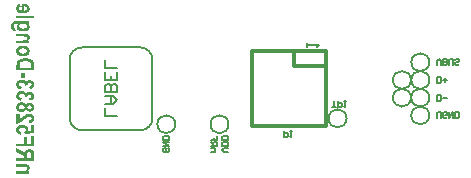
<source format=gbo>
G04*
G04 #@! TF.GenerationSoftware,Altium Limited,Altium Designer,21.7.2 (23)*
G04*
G04 Layer_Color=32896*
%FSLAX24Y24*%
%MOIN*%
G70*
G04*
G04 #@! TF.SameCoordinates,43C8A9C3-E03B-469C-A9E8-94EB88380565*
G04*
G04*
G04 #@! TF.FilePolarity,Positive*
G04*
G01*
G75*
%ADD12C,0.0060*%
%ADD13C,0.0079*%
%ADD14C,0.0059*%
%ADD15C,0.0050*%
%ADD66C,0.0118*%
%ADD73C,0.0080*%
G36*
X538Y5841D02*
X559Y5839D01*
X579Y5837D01*
X597Y5834D01*
X614Y5830D01*
X630Y5826D01*
X644Y5821D01*
X656Y5816D01*
X668Y5812D01*
X677Y5807D01*
X685Y5803D01*
X692Y5800D01*
X698Y5796D01*
X701Y5794D01*
X703Y5792D01*
X704Y5792D01*
X714Y5783D01*
X723Y5774D01*
X730Y5765D01*
X737Y5755D01*
X742Y5745D01*
X747Y5736D01*
X750Y5726D01*
X753Y5716D01*
X755Y5708D01*
X757Y5700D01*
X759Y5692D01*
X759Y5686D01*
X760Y5681D01*
X760Y5677D01*
Y5673D01*
X760Y5661D01*
X758Y5649D01*
X755Y5638D01*
X752Y5627D01*
X748Y5618D01*
X743Y5608D01*
X738Y5600D01*
X733Y5592D01*
X728Y5586D01*
X723Y5579D01*
X718Y5574D01*
X714Y5570D01*
X711Y5567D01*
X708Y5564D01*
X706Y5563D01*
X705Y5562D01*
X693Y5553D01*
X680Y5546D01*
X665Y5539D01*
X651Y5533D01*
X637Y5528D01*
X622Y5524D01*
X608Y5521D01*
X595Y5518D01*
X582Y5516D01*
X570Y5514D01*
X560Y5514D01*
X550Y5513D01*
X547Y5512D01*
X543D01*
X540Y5512D01*
X537D01*
X535D01*
X534D01*
X533D01*
X532D01*
X512Y5512D01*
X494Y5514D01*
X476Y5517D01*
X460Y5520D01*
X444Y5523D01*
X430Y5528D01*
X417Y5532D01*
X406Y5537D01*
X396Y5542D01*
X387Y5546D01*
X380Y5550D01*
X374Y5554D01*
X368Y5557D01*
X365Y5560D01*
X363Y5561D01*
X362Y5562D01*
X353Y5570D01*
X345Y5579D01*
X338Y5589D01*
X332Y5599D01*
X327Y5609D01*
X323Y5619D01*
X319Y5629D01*
X316Y5638D01*
X314Y5647D01*
X313Y5656D01*
X312Y5663D01*
X311Y5670D01*
X310Y5675D01*
X310Y5679D01*
Y5683D01*
X310Y5693D01*
X311Y5703D01*
X313Y5712D01*
X315Y5722D01*
X317Y5730D01*
X320Y5738D01*
X323Y5745D01*
X326Y5751D01*
X328Y5758D01*
X331Y5763D01*
X334Y5767D01*
X336Y5771D01*
X338Y5774D01*
X340Y5776D01*
X341Y5778D01*
X341Y5778D01*
X347Y5785D01*
X354Y5792D01*
X362Y5798D01*
X370Y5804D01*
X378Y5809D01*
X385Y5814D01*
X393Y5819D01*
X401Y5822D01*
X409Y5826D01*
X415Y5829D01*
X422Y5831D01*
X427Y5833D01*
X432Y5834D01*
X435Y5836D01*
X437Y5837D01*
X438D01*
X457Y5744D01*
X446Y5741D01*
X436Y5737D01*
X428Y5733D01*
X421Y5728D01*
X415Y5723D01*
X410Y5718D01*
X406Y5713D01*
X403Y5708D01*
X400Y5703D01*
X398Y5699D01*
X397Y5695D01*
X396Y5691D01*
X396Y5688D01*
X395Y5686D01*
Y5684D01*
X396Y5678D01*
X396Y5672D01*
X398Y5667D01*
X399Y5662D01*
X404Y5653D01*
X409Y5645D01*
X414Y5639D01*
X416Y5636D01*
X418Y5634D01*
X420Y5632D01*
X421Y5631D01*
X422Y5630D01*
X423Y5630D01*
X428Y5626D01*
X434Y5622D01*
X441Y5620D01*
X447Y5617D01*
X460Y5613D01*
X473Y5611D01*
X479Y5610D01*
X485Y5609D01*
X489Y5608D01*
X494Y5608D01*
X497Y5607D01*
X500D01*
X502D01*
X502D01*
Y5841D01*
X515D01*
X538Y5841D01*
D02*
G37*
G36*
X914Y5350D02*
X320D01*
Y5443D01*
X914D01*
Y5350D01*
D02*
G37*
G36*
X750Y5170D02*
X690D01*
X702Y5162D01*
X713Y5154D01*
X722Y5145D01*
X729Y5138D01*
X735Y5131D01*
X737Y5129D01*
X739Y5126D01*
X741Y5124D01*
X741Y5123D01*
X742Y5122D01*
Y5121D01*
X748Y5111D01*
X753Y5101D01*
X756Y5091D01*
X758Y5082D01*
X759Y5074D01*
X760Y5070D01*
Y5067D01*
X760Y5065D01*
Y5062D01*
X760Y5050D01*
X758Y5039D01*
X755Y5029D01*
X752Y5019D01*
X747Y5010D01*
X743Y5001D01*
X737Y4993D01*
X732Y4986D01*
X727Y4979D01*
X722Y4974D01*
X717Y4968D01*
X713Y4964D01*
X709Y4961D01*
X707Y4959D01*
X705Y4957D01*
X704Y4956D01*
X693Y4949D01*
X681Y4942D01*
X668Y4936D01*
X655Y4931D01*
X640Y4927D01*
X627Y4923D01*
X613Y4921D01*
X600Y4918D01*
X587Y4916D01*
X575Y4915D01*
X565Y4914D01*
X555Y4914D01*
X551Y4913D01*
X548D01*
X545Y4913D01*
X542D01*
X540D01*
X539D01*
X538D01*
X537D01*
X518Y4913D01*
X500Y4915D01*
X484Y4917D01*
X468Y4920D01*
X453Y4923D01*
X440Y4927D01*
X427Y4932D01*
X416Y4936D01*
X406Y4940D01*
X397Y4945D01*
X390Y4949D01*
X384Y4952D01*
X379Y4955D01*
X375Y4957D01*
X374Y4959D01*
X373Y4959D01*
X363Y4967D01*
X355Y4975D01*
X348Y4983D01*
X342Y4992D01*
X337Y5000D01*
X333Y5008D01*
X329Y5016D01*
X327Y5024D01*
X324Y5031D01*
X323Y5037D01*
X322Y5043D01*
X321Y5048D01*
X320Y5052D01*
X320Y5055D01*
Y5058D01*
X321Y5070D01*
X323Y5081D01*
X325Y5090D01*
X329Y5099D01*
X332Y5106D01*
X333Y5109D01*
X334Y5112D01*
X335Y5114D01*
X336Y5115D01*
X337Y5116D01*
Y5116D01*
X345Y5126D01*
X353Y5135D01*
X361Y5143D01*
X370Y5150D01*
X378Y5156D01*
X381Y5158D01*
X384Y5160D01*
X386Y5161D01*
X388Y5163D01*
X389Y5163D01*
X389Y5164D01*
X327D01*
X319D01*
X312Y5163D01*
X305Y5163D01*
X299Y5162D01*
X294Y5162D01*
X289Y5161D01*
X284Y5161D01*
X281Y5160D01*
X277Y5159D01*
X274Y5158D01*
X272Y5158D01*
X270Y5157D01*
X269Y5157D01*
X268Y5157D01*
X267Y5156D01*
X261Y5153D01*
X256Y5150D01*
X252Y5146D01*
X248Y5143D01*
X246Y5140D01*
X244Y5138D01*
X243Y5136D01*
X243Y5136D01*
X239Y5128D01*
X237Y5120D01*
X235Y5111D01*
X234Y5103D01*
X233Y5096D01*
Y5094D01*
X232Y5091D01*
Y5086D01*
X233Y5077D01*
X234Y5068D01*
X235Y5062D01*
X237Y5057D01*
X239Y5052D01*
X241Y5049D01*
X242Y5047D01*
X242Y5047D01*
X247Y5043D01*
X252Y5039D01*
X257Y5037D01*
X263Y5035D01*
X268Y5034D01*
X272Y5033D01*
X275Y5032D01*
X275D01*
X276D01*
X291Y4925D01*
X277D01*
X263Y4926D01*
X250Y4928D01*
X237Y4931D01*
X232Y4933D01*
X227Y4934D01*
X223Y4936D01*
X219Y4938D01*
X216Y4939D01*
X212Y4941D01*
X210Y4941D01*
X208Y4942D01*
X208Y4943D01*
X207D01*
X196Y4951D01*
X187Y4959D01*
X179Y4968D01*
X172Y4977D01*
X168Y4985D01*
X165Y4988D01*
X164Y4991D01*
X163Y4993D01*
X162Y4995D01*
X161Y4996D01*
Y4996D01*
X158Y5003D01*
X156Y5010D01*
X152Y5026D01*
X149Y5041D01*
X147Y5056D01*
X147Y5063D01*
X146Y5069D01*
X146Y5075D01*
Y5080D01*
X145Y5084D01*
Y5089D01*
X146Y5101D01*
X146Y5112D01*
X147Y5122D01*
X149Y5131D01*
X150Y5140D01*
X152Y5148D01*
X154Y5155D01*
X156Y5162D01*
X158Y5168D01*
X160Y5173D01*
X162Y5177D01*
X163Y5181D01*
X165Y5184D01*
X166Y5186D01*
X166Y5187D01*
X167Y5187D01*
X171Y5194D01*
X176Y5200D01*
X186Y5211D01*
X196Y5220D01*
X206Y5227D01*
X216Y5233D01*
X219Y5235D01*
X223Y5237D01*
X226Y5238D01*
X228Y5239D01*
X230Y5240D01*
X230D01*
X238Y5243D01*
X248Y5246D01*
X258Y5248D01*
X269Y5250D01*
X291Y5253D01*
X302Y5254D01*
X313Y5255D01*
X323Y5256D01*
X333Y5256D01*
X341Y5257D01*
X349D01*
X355Y5257D01*
X360D01*
X362D01*
X363D01*
X363D01*
X364D01*
X750D01*
Y5170D01*
D02*
G37*
G36*
X610Y4839D02*
X620Y4838D01*
X629Y4837D01*
X638Y4837D01*
X646Y4836D01*
X653Y4835D01*
X659Y4834D01*
X665Y4833D01*
X670Y4832D01*
X674Y4831D01*
X678Y4830D01*
X680Y4829D01*
X682Y4829D01*
X683Y4828D01*
X684D01*
X696Y4823D01*
X707Y4818D01*
X716Y4811D01*
X724Y4805D01*
X730Y4799D01*
X733Y4796D01*
X735Y4794D01*
X737Y4792D01*
X738Y4790D01*
X738Y4790D01*
X739Y4789D01*
X743Y4784D01*
X746Y4778D01*
X749Y4772D01*
X751Y4767D01*
X755Y4755D01*
X758Y4744D01*
X759Y4739D01*
X759Y4735D01*
X760Y4731D01*
Y4727D01*
X760Y4724D01*
Y4720D01*
X759Y4707D01*
X757Y4695D01*
X755Y4684D01*
X751Y4675D01*
X749Y4671D01*
X748Y4667D01*
X746Y4664D01*
X745Y4661D01*
X744Y4659D01*
X743Y4657D01*
X742Y4656D01*
X742Y4656D01*
X734Y4645D01*
X726Y4636D01*
X717Y4627D01*
X708Y4619D01*
X700Y4613D01*
X697Y4610D01*
X694Y4608D01*
X691Y4606D01*
X689Y4605D01*
X688Y4604D01*
X687Y4604D01*
X750D01*
Y4517D01*
X320D01*
Y4611D01*
X515D01*
X528D01*
X540Y4611D01*
X552Y4612D01*
X562Y4612D01*
X571Y4613D01*
X579Y4613D01*
X587Y4614D01*
X593Y4615D01*
X599Y4615D01*
X604Y4616D01*
X608Y4617D01*
X611Y4617D01*
X613Y4618D01*
X615Y4618D01*
X615Y4618D01*
X616D01*
X626Y4622D01*
X634Y4626D01*
X641Y4630D01*
X647Y4635D01*
X652Y4639D01*
X655Y4642D01*
X657Y4644D01*
X658Y4645D01*
X663Y4653D01*
X667Y4660D01*
X669Y4667D01*
X672Y4674D01*
X673Y4679D01*
X673Y4684D01*
X673Y4686D01*
Y4688D01*
X673Y4694D01*
X672Y4700D01*
X669Y4706D01*
X668Y4711D01*
X665Y4715D01*
X663Y4718D01*
X662Y4720D01*
X662Y4720D01*
X657Y4725D01*
X651Y4729D01*
X646Y4733D01*
X640Y4736D01*
X635Y4737D01*
X631Y4739D01*
X629Y4740D01*
X628Y4740D01*
X628D01*
X623Y4741D01*
X618Y4742D01*
X611Y4743D01*
X605Y4744D01*
X590Y4744D01*
X575Y4745D01*
X568Y4745D01*
X561D01*
X556Y4746D01*
X550D01*
X546D01*
X543D01*
X540D01*
X540D01*
X320D01*
Y4839D01*
X587D01*
X599D01*
X610Y4839D01*
D02*
G37*
G36*
X554Y4445D02*
X570Y4443D01*
X585Y4441D01*
X599Y4438D01*
X613Y4434D01*
X626Y4430D01*
X638Y4425D01*
X649Y4421D01*
X658Y4416D01*
X667Y4412D01*
X675Y4408D01*
X681Y4404D01*
X687Y4401D01*
X690Y4398D01*
X692Y4397D01*
X693Y4396D01*
X705Y4387D01*
X716Y4376D01*
X724Y4366D01*
X732Y4355D01*
X738Y4344D01*
X744Y4333D01*
X748Y4322D01*
X752Y4311D01*
X755Y4301D01*
X757Y4292D01*
X758Y4283D01*
X759Y4276D01*
X760Y4271D01*
X760Y4266D01*
Y4262D01*
X760Y4253D01*
X759Y4244D01*
X758Y4235D01*
X756Y4227D01*
X754Y4219D01*
X752Y4211D01*
X750Y4204D01*
X747Y4198D01*
X745Y4192D01*
X742Y4187D01*
X740Y4182D01*
X738Y4178D01*
X737Y4175D01*
X735Y4173D01*
X734Y4171D01*
X734Y4171D01*
X729Y4164D01*
X723Y4157D01*
X711Y4144D01*
X705Y4138D01*
X698Y4132D01*
X692Y4128D01*
X685Y4123D01*
X680Y4119D01*
X674Y4116D01*
X669Y4113D01*
X665Y4110D01*
X661Y4108D01*
X658Y4107D01*
X657Y4106D01*
X656Y4106D01*
X647Y4101D01*
X637Y4097D01*
X626Y4094D01*
X616Y4091D01*
X607Y4089D01*
X597Y4087D01*
X588Y4085D01*
X579Y4084D01*
X571Y4083D01*
X564Y4082D01*
X557Y4081D01*
X552Y4081D01*
X547Y4081D01*
X543D01*
X542D01*
X541D01*
X521Y4081D01*
X502Y4083D01*
X484Y4085D01*
X467Y4089D01*
X452Y4092D01*
X438Y4097D01*
X425Y4102D01*
X414Y4107D01*
X403Y4111D01*
X395Y4116D01*
X387Y4121D01*
X381Y4125D01*
X376Y4128D01*
X372Y4130D01*
X370Y4132D01*
X370Y4132D01*
X359Y4143D01*
X350Y4153D01*
X342Y4164D01*
X335Y4175D01*
X329Y4186D01*
X324Y4197D01*
X320Y4207D01*
X317Y4217D01*
X315Y4226D01*
X313Y4235D01*
X312Y4243D01*
X311Y4250D01*
X310Y4255D01*
X310Y4259D01*
Y4263D01*
X310Y4272D01*
X311Y4281D01*
X313Y4290D01*
X314Y4297D01*
X316Y4305D01*
X318Y4313D01*
X321Y4320D01*
X324Y4326D01*
X326Y4332D01*
X328Y4337D01*
X331Y4342D01*
X333Y4346D01*
X334Y4349D01*
X335Y4351D01*
X336Y4352D01*
X337Y4353D01*
X342Y4360D01*
X348Y4368D01*
X360Y4380D01*
X367Y4387D01*
X374Y4392D01*
X381Y4397D01*
X387Y4402D01*
X393Y4406D01*
X399Y4409D01*
X404Y4412D01*
X408Y4415D01*
X412Y4417D01*
X415Y4418D01*
X417Y4419D01*
X417Y4420D01*
X427Y4424D01*
X438Y4428D01*
X448Y4431D01*
X458Y4434D01*
X469Y4437D01*
X478Y4439D01*
X488Y4441D01*
X497Y4442D01*
X506Y4443D01*
X514Y4444D01*
X520Y4444D01*
X526Y4445D01*
X531Y4445D01*
X534D01*
X536D01*
X537D01*
X554Y4445D01*
D02*
G37*
G36*
X641Y4019D02*
X656Y4018D01*
X669Y4017D01*
X682Y4016D01*
X694Y4014D01*
X705Y4013D01*
X714Y4011D01*
X723Y4009D01*
X731Y4008D01*
X738Y4007D01*
X744Y4006D01*
X748Y4005D01*
X751Y4004D01*
X753Y4003D01*
X754D01*
X764Y4000D01*
X774Y3996D01*
X784Y3992D01*
X793Y3989D01*
X801Y3985D01*
X809Y3981D01*
X816Y3977D01*
X822Y3974D01*
X828Y3970D01*
X833Y3967D01*
X837Y3964D01*
X841Y3962D01*
X844Y3959D01*
X845Y3958D01*
X847Y3957D01*
X847Y3957D01*
X854Y3952D01*
X860Y3946D01*
X865Y3940D01*
X871Y3935D01*
X875Y3929D01*
X879Y3924D01*
X886Y3914D01*
X889Y3910D01*
X892Y3906D01*
X894Y3902D01*
X896Y3899D01*
X897Y3897D01*
X898Y3895D01*
X899Y3894D01*
Y3893D01*
X901Y3887D01*
X904Y3879D01*
X906Y3871D01*
X907Y3863D01*
X910Y3846D01*
X912Y3829D01*
X913Y3822D01*
X913Y3814D01*
X914Y3808D01*
Y3802D01*
X914Y3797D01*
Y3612D01*
X320D01*
Y3807D01*
X321Y3817D01*
X322Y3827D01*
X323Y3837D01*
X324Y3845D01*
X325Y3853D01*
X327Y3860D01*
X328Y3867D01*
X330Y3873D01*
X331Y3878D01*
X333Y3883D01*
X334Y3886D01*
X335Y3889D01*
X336Y3891D01*
X337Y3893D01*
Y3893D01*
X344Y3907D01*
X352Y3920D01*
X360Y3930D01*
X364Y3935D01*
X368Y3940D01*
X371Y3944D01*
X375Y3947D01*
X378Y3950D01*
X381Y3953D01*
X383Y3955D01*
X385Y3956D01*
X386Y3957D01*
X386Y3958D01*
X393Y3963D01*
X400Y3967D01*
X414Y3976D01*
X430Y3984D01*
X444Y3990D01*
X451Y3993D01*
X457Y3995D01*
X463Y3997D01*
X468Y3999D01*
X471Y4000D01*
X474Y4001D01*
X476Y4002D01*
X477D01*
X488Y4005D01*
X499Y4008D01*
X522Y4012D01*
X544Y4015D01*
X555Y4017D01*
X565Y4017D01*
X575Y4018D01*
X583Y4019D01*
X591Y4019D01*
X598D01*
X603Y4020D01*
X607D01*
X610D01*
X611D01*
X626D01*
X641Y4019D01*
D02*
G37*
G36*
X592Y3358D02*
X478D01*
Y3541D01*
X592D01*
Y3358D01*
D02*
G37*
G36*
X508Y3307D02*
X518Y3306D01*
X527Y3305D01*
X536Y3303D01*
X544Y3301D01*
X551Y3299D01*
X558Y3297D01*
X565Y3294D01*
X571Y3292D01*
X576Y3290D01*
X580Y3287D01*
X584Y3285D01*
X586Y3283D01*
X589Y3283D01*
X590Y3282D01*
X590Y3281D01*
X597Y3276D01*
X603Y3271D01*
X609Y3266D01*
X614Y3260D01*
X618Y3254D01*
X622Y3249D01*
X626Y3244D01*
X629Y3239D01*
X631Y3234D01*
X633Y3229D01*
X635Y3225D01*
X637Y3221D01*
X637Y3219D01*
X638Y3217D01*
X639Y3215D01*
Y3215D01*
X648Y3227D01*
X657Y3238D01*
X666Y3247D01*
X675Y3254D01*
X683Y3260D01*
X686Y3262D01*
X688Y3265D01*
X691Y3266D01*
X692Y3267D01*
X693Y3268D01*
X694D01*
X705Y3274D01*
X718Y3278D01*
X730Y3281D01*
X741Y3283D01*
X745Y3284D01*
X750Y3285D01*
X754Y3285D01*
X757D01*
X760Y3286D01*
X762D01*
X763D01*
X764D01*
X774Y3285D01*
X785Y3284D01*
X795Y3282D01*
X805Y3279D01*
X814Y3276D01*
X822Y3273D01*
X831Y3269D01*
X838Y3266D01*
X845Y3262D01*
X851Y3259D01*
X856Y3255D01*
X860Y3252D01*
X864Y3250D01*
X867Y3248D01*
X868Y3247D01*
X869Y3246D01*
X877Y3239D01*
X885Y3230D01*
X891Y3222D01*
X896Y3213D01*
X901Y3204D01*
X905Y3196D01*
X908Y3187D01*
X910Y3178D01*
X912Y3171D01*
X914Y3164D01*
X915Y3157D01*
X915Y3151D01*
X916Y3147D01*
X916Y3143D01*
Y3140D01*
X916Y3129D01*
X914Y3119D01*
X913Y3109D01*
X910Y3100D01*
X908Y3091D01*
X904Y3083D01*
X901Y3076D01*
X898Y3069D01*
X894Y3063D01*
X891Y3057D01*
X888Y3053D01*
X885Y3049D01*
X883Y3046D01*
X881Y3044D01*
X880Y3042D01*
X879Y3042D01*
X872Y3035D01*
X863Y3028D01*
X855Y3023D01*
X845Y3017D01*
X835Y3013D01*
X826Y3008D01*
X816Y3005D01*
X806Y3001D01*
X797Y2998D01*
X789Y2996D01*
X781Y2994D01*
X774Y2992D01*
X769Y2991D01*
X765Y2990D01*
X762Y2990D01*
X762D01*
X761D01*
X743Y3076D01*
X750Y3077D01*
X757Y3078D01*
X763Y3079D01*
X769Y3081D01*
X774Y3082D01*
X779Y3084D01*
X784Y3086D01*
X788Y3088D01*
X791Y3089D01*
X794Y3091D01*
X797Y3092D01*
X799Y3094D01*
X800Y3095D01*
X802Y3095D01*
X802Y3096D01*
X802D01*
X806Y3100D01*
X809Y3103D01*
X814Y3110D01*
X818Y3117D01*
X820Y3124D01*
X822Y3129D01*
X822Y3134D01*
X823Y3135D01*
Y3138D01*
X822Y3146D01*
X820Y3154D01*
X817Y3160D01*
X814Y3166D01*
X811Y3170D01*
X808Y3174D01*
X806Y3175D01*
X805Y3176D01*
X798Y3182D01*
X790Y3185D01*
X782Y3188D01*
X774Y3190D01*
X767Y3191D01*
X764Y3191D01*
X762D01*
X760Y3192D01*
X758D01*
X757D01*
X757D01*
X750Y3191D01*
X744Y3191D01*
X732Y3189D01*
X723Y3185D01*
X715Y3181D01*
X711Y3179D01*
X708Y3177D01*
X705Y3175D01*
X704Y3174D01*
X702Y3172D01*
X701Y3171D01*
X700Y3171D01*
X700Y3171D01*
X696Y3167D01*
X693Y3162D01*
X688Y3153D01*
X685Y3143D01*
X683Y3134D01*
X681Y3126D01*
X681Y3122D01*
X680Y3119D01*
Y3113D01*
X587Y3103D01*
X590Y3112D01*
X593Y3120D01*
X594Y3127D01*
X595Y3134D01*
X596Y3139D01*
X596Y3142D01*
Y3146D01*
X596Y3150D01*
X595Y3155D01*
X594Y3160D01*
X592Y3164D01*
X588Y3172D01*
X584Y3179D01*
X579Y3184D01*
X575Y3188D01*
X573Y3190D01*
X572Y3191D01*
X572Y3192D01*
X571D01*
X566Y3195D01*
X561Y3198D01*
X550Y3203D01*
X539Y3206D01*
X528Y3209D01*
X523Y3209D01*
X518Y3210D01*
X514Y3211D01*
X510D01*
X507Y3211D01*
X505D01*
X503D01*
X503D01*
X495D01*
X486Y3210D01*
X479Y3209D01*
X472Y3208D01*
X466Y3206D01*
X460Y3204D01*
X454Y3203D01*
X449Y3201D01*
X445Y3199D01*
X441Y3197D01*
X438Y3196D01*
X435Y3194D01*
X433Y3193D01*
X432Y3192D01*
X431Y3191D01*
X430Y3191D01*
X426Y3187D01*
X422Y3183D01*
X418Y3179D01*
X415Y3175D01*
X413Y3171D01*
X410Y3167D01*
X407Y3159D01*
X406Y3152D01*
X405Y3149D01*
X405Y3147D01*
X404Y3145D01*
Y3142D01*
X405Y3137D01*
X405Y3132D01*
X408Y3124D01*
X411Y3116D01*
X415Y3110D01*
X419Y3104D01*
X423Y3100D01*
X425Y3097D01*
X426Y3097D01*
X426Y3096D01*
X431Y3093D01*
X435Y3090D01*
X446Y3085D01*
X457Y3081D01*
X467Y3078D01*
X472Y3077D01*
X476Y3076D01*
X480Y3075D01*
X484Y3074D01*
X487Y3074D01*
X489Y3074D01*
X490D01*
X491D01*
X478Y2983D01*
X464Y2985D01*
X450Y2988D01*
X437Y2991D01*
X425Y2994D01*
X414Y2998D01*
X404Y3002D01*
X395Y3007D01*
X387Y3012D01*
X379Y3016D01*
X373Y3020D01*
X367Y3024D01*
X363Y3027D01*
X360Y3031D01*
X357Y3033D01*
X355Y3034D01*
X355Y3034D01*
X347Y3043D01*
X340Y3052D01*
X334Y3061D01*
X329Y3070D01*
X324Y3079D01*
X321Y3088D01*
X318Y3097D01*
X316Y3105D01*
X314Y3113D01*
X312Y3121D01*
X311Y3127D01*
X311Y3132D01*
X310Y3137D01*
X310Y3140D01*
Y3143D01*
X310Y3155D01*
X312Y3167D01*
X315Y3178D01*
X318Y3189D01*
X322Y3200D01*
X327Y3209D01*
X331Y3218D01*
X337Y3226D01*
X342Y3233D01*
X346Y3239D01*
X351Y3245D01*
X355Y3250D01*
X358Y3254D01*
X361Y3256D01*
X363Y3258D01*
X363Y3258D01*
X373Y3267D01*
X384Y3275D01*
X395Y3281D01*
X406Y3286D01*
X418Y3291D01*
X429Y3295D01*
X440Y3298D01*
X450Y3301D01*
X460Y3303D01*
X469Y3304D01*
X477Y3306D01*
X484Y3306D01*
X489Y3307D01*
X494Y3307D01*
X496D01*
X497D01*
X497D01*
X508Y3307D01*
D02*
G37*
G36*
Y2928D02*
X518Y2927D01*
X527Y2926D01*
X536Y2925D01*
X544Y2923D01*
X551Y2920D01*
X558Y2918D01*
X565Y2916D01*
X571Y2913D01*
X576Y2911D01*
X580Y2909D01*
X584Y2907D01*
X586Y2905D01*
X589Y2904D01*
X590Y2903D01*
X590Y2903D01*
X597Y2898D01*
X603Y2893D01*
X609Y2887D01*
X614Y2882D01*
X618Y2876D01*
X622Y2871D01*
X626Y2865D01*
X629Y2860D01*
X631Y2855D01*
X633Y2851D01*
X635Y2847D01*
X637Y2843D01*
X637Y2840D01*
X638Y2838D01*
X639Y2837D01*
Y2836D01*
X648Y2849D01*
X657Y2860D01*
X666Y2869D01*
X675Y2876D01*
X683Y2882D01*
X686Y2884D01*
X688Y2886D01*
X691Y2887D01*
X692Y2888D01*
X693Y2889D01*
X694D01*
X705Y2895D01*
X718Y2900D01*
X730Y2903D01*
X741Y2905D01*
X745Y2906D01*
X750Y2906D01*
X754Y2907D01*
X757D01*
X760Y2907D01*
X762D01*
X763D01*
X764D01*
X774Y2907D01*
X785Y2905D01*
X795Y2904D01*
X805Y2901D01*
X814Y2898D01*
X822Y2895D01*
X831Y2891D01*
X838Y2887D01*
X845Y2884D01*
X851Y2880D01*
X856Y2877D01*
X860Y2874D01*
X864Y2871D01*
X867Y2869D01*
X868Y2868D01*
X869Y2868D01*
X877Y2860D01*
X885Y2852D01*
X891Y2844D01*
X896Y2835D01*
X901Y2826D01*
X905Y2817D01*
X908Y2808D01*
X910Y2800D01*
X912Y2792D01*
X914Y2785D01*
X915Y2779D01*
X915Y2773D01*
X916Y2768D01*
X916Y2765D01*
Y2762D01*
X916Y2751D01*
X914Y2741D01*
X913Y2731D01*
X910Y2721D01*
X908Y2713D01*
X904Y2705D01*
X901Y2697D01*
X898Y2690D01*
X894Y2685D01*
X891Y2679D01*
X888Y2675D01*
X885Y2671D01*
X883Y2667D01*
X881Y2665D01*
X880Y2664D01*
X879Y2664D01*
X872Y2657D01*
X863Y2650D01*
X855Y2644D01*
X845Y2639D01*
X835Y2634D01*
X826Y2630D01*
X816Y2626D01*
X806Y2623D01*
X797Y2620D01*
X789Y2617D01*
X781Y2616D01*
X774Y2614D01*
X769Y2613D01*
X765Y2612D01*
X762Y2611D01*
X762D01*
X761D01*
X743Y2698D01*
X750Y2699D01*
X757Y2700D01*
X763Y2701D01*
X769Y2702D01*
X774Y2704D01*
X779Y2706D01*
X784Y2707D01*
X788Y2709D01*
X791Y2711D01*
X794Y2712D01*
X797Y2714D01*
X799Y2715D01*
X800Y2716D01*
X802Y2717D01*
X802Y2718D01*
X802D01*
X806Y2721D01*
X809Y2725D01*
X814Y2732D01*
X818Y2739D01*
X820Y2745D01*
X822Y2751D01*
X822Y2755D01*
X823Y2757D01*
Y2759D01*
X822Y2768D01*
X820Y2775D01*
X817Y2782D01*
X814Y2787D01*
X811Y2792D01*
X808Y2795D01*
X806Y2797D01*
X805Y2798D01*
X798Y2803D01*
X790Y2807D01*
X782Y2809D01*
X774Y2811D01*
X767Y2812D01*
X764Y2813D01*
X762D01*
X760Y2813D01*
X758D01*
X757D01*
X757D01*
X750Y2813D01*
X744Y2812D01*
X732Y2810D01*
X723Y2807D01*
X715Y2803D01*
X711Y2801D01*
X708Y2799D01*
X705Y2797D01*
X704Y2796D01*
X702Y2794D01*
X701Y2793D01*
X700Y2793D01*
X700Y2792D01*
X696Y2788D01*
X693Y2784D01*
X688Y2774D01*
X685Y2764D01*
X683Y2756D01*
X681Y2747D01*
X681Y2744D01*
X680Y2741D01*
Y2735D01*
X587Y2725D01*
X590Y2733D01*
X593Y2742D01*
X594Y2749D01*
X595Y2755D01*
X596Y2760D01*
X596Y2764D01*
Y2767D01*
X596Y2772D01*
X595Y2777D01*
X594Y2782D01*
X592Y2786D01*
X588Y2794D01*
X584Y2800D01*
X579Y2806D01*
X575Y2810D01*
X573Y2811D01*
X572Y2812D01*
X572Y2813D01*
X571D01*
X566Y2817D01*
X561Y2820D01*
X550Y2824D01*
X539Y2828D01*
X528Y2830D01*
X523Y2831D01*
X518Y2832D01*
X514Y2832D01*
X510D01*
X507Y2833D01*
X505D01*
X503D01*
X503D01*
X495D01*
X486Y2832D01*
X479Y2831D01*
X472Y2829D01*
X466Y2828D01*
X460Y2826D01*
X454Y2824D01*
X449Y2822D01*
X445Y2821D01*
X441Y2819D01*
X438Y2817D01*
X435Y2815D01*
X433Y2814D01*
X432Y2813D01*
X431Y2813D01*
X430Y2812D01*
X426Y2808D01*
X422Y2804D01*
X418Y2800D01*
X415Y2797D01*
X413Y2792D01*
X410Y2788D01*
X407Y2781D01*
X406Y2774D01*
X405Y2771D01*
X405Y2768D01*
X404Y2766D01*
Y2764D01*
X405Y2759D01*
X405Y2754D01*
X408Y2745D01*
X411Y2738D01*
X415Y2731D01*
X419Y2725D01*
X423Y2721D01*
X425Y2719D01*
X426Y2718D01*
X426Y2718D01*
X431Y2714D01*
X435Y2711D01*
X446Y2706D01*
X457Y2702D01*
X467Y2700D01*
X472Y2698D01*
X476Y2697D01*
X480Y2696D01*
X484Y2696D01*
X487Y2696D01*
X489Y2695D01*
X490D01*
X491D01*
X478Y2605D01*
X464Y2606D01*
X450Y2609D01*
X437Y2612D01*
X425Y2616D01*
X414Y2620D01*
X404Y2624D01*
X395Y2628D01*
X387Y2633D01*
X379Y2638D01*
X373Y2642D01*
X367Y2646D01*
X363Y2649D01*
X360Y2652D01*
X357Y2654D01*
X355Y2656D01*
X355Y2656D01*
X347Y2664D01*
X340Y2674D01*
X334Y2682D01*
X329Y2692D01*
X324Y2701D01*
X321Y2710D01*
X318Y2718D01*
X316Y2727D01*
X314Y2735D01*
X312Y2742D01*
X311Y2748D01*
X311Y2754D01*
X310Y2758D01*
X310Y2762D01*
Y2764D01*
X310Y2777D01*
X312Y2789D01*
X315Y2800D01*
X318Y2811D01*
X322Y2821D01*
X327Y2830D01*
X331Y2840D01*
X337Y2847D01*
X342Y2854D01*
X346Y2861D01*
X351Y2867D01*
X355Y2871D01*
X358Y2875D01*
X361Y2878D01*
X363Y2880D01*
X363Y2880D01*
X373Y2889D01*
X384Y2896D01*
X395Y2902D01*
X406Y2908D01*
X418Y2913D01*
X429Y2917D01*
X440Y2920D01*
X450Y2923D01*
X460Y2925D01*
X469Y2926D01*
X477Y2927D01*
X484Y2928D01*
X489Y2928D01*
X494Y2929D01*
X496D01*
X497D01*
X497D01*
X508Y2928D01*
D02*
G37*
G36*
X513Y2549D02*
X522Y2548D01*
X531Y2546D01*
X539Y2545D01*
X546Y2543D01*
X553Y2541D01*
X559Y2539D01*
X565Y2537D01*
X569Y2535D01*
X574Y2534D01*
X577Y2532D01*
X580Y2530D01*
X582Y2530D01*
X583Y2529D01*
X584Y2529D01*
X590Y2525D01*
X597Y2520D01*
X608Y2510D01*
X618Y2500D01*
X626Y2490D01*
X630Y2485D01*
X633Y2481D01*
X635Y2477D01*
X637Y2473D01*
X639Y2470D01*
X640Y2468D01*
X640Y2467D01*
X641Y2466D01*
X648Y2477D01*
X655Y2487D01*
X664Y2496D01*
X671Y2503D01*
X678Y2508D01*
X681Y2510D01*
X684Y2512D01*
X686Y2514D01*
X688Y2515D01*
X689Y2516D01*
X689D01*
X701Y2522D01*
X714Y2526D01*
X727Y2529D01*
X739Y2531D01*
X744Y2532D01*
X749Y2533D01*
X753Y2533D01*
X757D01*
X760Y2534D01*
X763D01*
X764D01*
X764D01*
X776Y2533D01*
X787Y2532D01*
X798Y2530D01*
X808Y2528D01*
X817Y2525D01*
X826Y2522D01*
X834Y2518D01*
X842Y2515D01*
X849Y2512D01*
X854Y2508D01*
X860Y2505D01*
X864Y2502D01*
X867Y2500D01*
X870Y2498D01*
X871Y2497D01*
X872Y2496D01*
X880Y2489D01*
X886Y2481D01*
X892Y2473D01*
X897Y2463D01*
X902Y2455D01*
X905Y2445D01*
X908Y2437D01*
X910Y2428D01*
X913Y2419D01*
X914Y2412D01*
X915Y2405D01*
X915Y2399D01*
X916Y2394D01*
X916Y2390D01*
Y2387D01*
X916Y2375D01*
X914Y2364D01*
X912Y2353D01*
X910Y2343D01*
X906Y2333D01*
X903Y2324D01*
X899Y2316D01*
X896Y2309D01*
X892Y2302D01*
X888Y2297D01*
X884Y2292D01*
X881Y2288D01*
X878Y2285D01*
X876Y2282D01*
X875Y2281D01*
X874Y2281D01*
X867Y2274D01*
X858Y2268D01*
X849Y2262D01*
X840Y2258D01*
X831Y2254D01*
X821Y2251D01*
X812Y2248D01*
X803Y2246D01*
X795Y2245D01*
X788Y2243D01*
X781Y2243D01*
X775Y2242D01*
X770D01*
X766Y2241D01*
X764D01*
X763D01*
X748Y2242D01*
X734Y2244D01*
X727Y2245D01*
X721Y2246D01*
X715Y2248D01*
X710Y2250D01*
X705Y2251D01*
X701Y2253D01*
X698Y2254D01*
X695Y2256D01*
X692Y2257D01*
X691Y2257D01*
X690Y2258D01*
X689D01*
X678Y2265D01*
X669Y2274D01*
X660Y2282D01*
X654Y2291D01*
X648Y2298D01*
X646Y2302D01*
X644Y2304D01*
X643Y2307D01*
X642Y2309D01*
X641Y2310D01*
Y2310D01*
X637Y2303D01*
X633Y2296D01*
X628Y2290D01*
X623Y2284D01*
X619Y2279D01*
X613Y2274D01*
X608Y2269D01*
X604Y2265D01*
X600Y2261D01*
X595Y2258D01*
X592Y2256D01*
X589Y2253D01*
X586Y2252D01*
X584Y2250D01*
X583Y2250D01*
X582Y2250D01*
X575Y2246D01*
X567Y2243D01*
X551Y2238D01*
X536Y2234D01*
X529Y2232D01*
X521Y2232D01*
X515Y2231D01*
X509Y2230D01*
X503Y2229D01*
X499D01*
X495Y2229D01*
X492D01*
X490D01*
X490D01*
X475Y2229D01*
X460Y2231D01*
X447Y2233D01*
X435Y2236D01*
X423Y2239D01*
X412Y2243D01*
X402Y2247D01*
X393Y2252D01*
X385Y2256D01*
X378Y2260D01*
X373Y2264D01*
X367Y2268D01*
X364Y2270D01*
X361Y2273D01*
X359Y2274D01*
X359Y2275D01*
X350Y2283D01*
X342Y2293D01*
X336Y2303D01*
X331Y2312D01*
X326Y2322D01*
X322Y2332D01*
X319Y2341D01*
X316Y2350D01*
X314Y2359D01*
X313Y2367D01*
X311Y2373D01*
X311Y2379D01*
X310Y2384D01*
X310Y2388D01*
Y2391D01*
X310Y2400D01*
X311Y2408D01*
X313Y2423D01*
X315Y2430D01*
X317Y2437D01*
X319Y2443D01*
X321Y2448D01*
X323Y2454D01*
X325Y2459D01*
X327Y2462D01*
X328Y2466D01*
X330Y2469D01*
X331Y2470D01*
X331Y2472D01*
X332Y2472D01*
X336Y2479D01*
X341Y2485D01*
X352Y2496D01*
X362Y2506D01*
X373Y2514D01*
X378Y2517D01*
X382Y2520D01*
X386Y2523D01*
X389Y2525D01*
X392Y2527D01*
X395Y2528D01*
X396Y2528D01*
X396Y2529D01*
X404Y2532D01*
X413Y2536D01*
X429Y2541D01*
X446Y2545D01*
X453Y2546D01*
X461Y2547D01*
X468Y2548D01*
X474Y2549D01*
X480Y2549D01*
X485D01*
X489Y2549D01*
X491D01*
X493D01*
X494D01*
X503D01*
X513Y2549D01*
D02*
G37*
G36*
X764Y2166D02*
X775Y2165D01*
X787Y2163D01*
X797Y2160D01*
X807Y2157D01*
X817Y2154D01*
X825Y2151D01*
X833Y2147D01*
X841Y2143D01*
X847Y2140D01*
X853Y2137D01*
X857Y2134D01*
X861Y2131D01*
X864Y2129D01*
X866Y2128D01*
X866Y2128D01*
X875Y2120D01*
X883Y2111D01*
X889Y2102D01*
X895Y2093D01*
X900Y2084D01*
X904Y2074D01*
X907Y2065D01*
X910Y2056D01*
X912Y2047D01*
X914Y2038D01*
X915Y2031D01*
X915Y2025D01*
X916Y2020D01*
X916Y2016D01*
Y2012D01*
X916Y1999D01*
X914Y1987D01*
X912Y1976D01*
X910Y1966D01*
X906Y1955D01*
X903Y1946D01*
X899Y1938D01*
X895Y1930D01*
X891Y1923D01*
X887Y1918D01*
X884Y1912D01*
X880Y1908D01*
X878Y1905D01*
X875Y1902D01*
X874Y1901D01*
X874Y1901D01*
X865Y1893D01*
X856Y1886D01*
X845Y1880D01*
X835Y1875D01*
X824Y1870D01*
X813Y1866D01*
X802Y1863D01*
X791Y1860D01*
X781Y1858D01*
X771Y1855D01*
X763Y1854D01*
X755Y1852D01*
X749Y1851D01*
X745Y1851D01*
X743D01*
X741Y1850D01*
X741D01*
X741D01*
X729Y1943D01*
X737Y1944D01*
X745Y1945D01*
X753Y1946D01*
X760Y1948D01*
X766Y1949D01*
X772Y1951D01*
X777Y1953D01*
X783Y1955D01*
X791Y1961D01*
X799Y1966D01*
X805Y1972D01*
X810Y1978D01*
X814Y1984D01*
X817Y1990D01*
X819Y1995D01*
X820Y2000D01*
X821Y2004D01*
X822Y2007D01*
Y2015D01*
X821Y2020D01*
X819Y2029D01*
X815Y2037D01*
X812Y2043D01*
X808Y2048D01*
X805Y2052D01*
X802Y2055D01*
X802Y2056D01*
X802D01*
X798Y2059D01*
X793Y2061D01*
X784Y2066D01*
X774Y2069D01*
X765Y2071D01*
X756Y2072D01*
X753Y2073D01*
X749D01*
X747Y2073D01*
X745D01*
X744D01*
X743D01*
X736Y2073D01*
X730Y2072D01*
X716Y2070D01*
X704Y2066D01*
X693Y2063D01*
X688Y2061D01*
X684Y2059D01*
X680Y2057D01*
X676Y2056D01*
X674Y2054D01*
X672Y2053D01*
X671Y2052D01*
X670Y2052D01*
X665Y2049D01*
X659Y2045D01*
X652Y2040D01*
X645Y2034D01*
X637Y2028D01*
X630Y2022D01*
X614Y2009D01*
X606Y2002D01*
X599Y1996D01*
X593Y1991D01*
X587Y1986D01*
X583Y1982D01*
X579Y1979D01*
X577Y1977D01*
X576Y1976D01*
X560Y1962D01*
X544Y1949D01*
X530Y1937D01*
X517Y1927D01*
X504Y1917D01*
X492Y1909D01*
X482Y1901D01*
X472Y1894D01*
X463Y1889D01*
X456Y1884D01*
X449Y1880D01*
X443Y1876D01*
X439Y1874D01*
X436Y1872D01*
X434Y1872D01*
X434Y1871D01*
X424Y1866D01*
X414Y1862D01*
X403Y1858D01*
X393Y1855D01*
X383Y1852D01*
X374Y1849D01*
X365Y1847D01*
X356Y1845D01*
X349Y1844D01*
X342Y1843D01*
X335Y1841D01*
X330Y1841D01*
X326Y1840D01*
X323D01*
X321Y1840D01*
X320D01*
Y2167D01*
X426D01*
Y1981D01*
X432Y1984D01*
X437Y1987D01*
X442Y1991D01*
X447Y1994D01*
X451Y1996D01*
X454Y1998D01*
X456Y2000D01*
X457Y2000D01*
X460Y2003D01*
X464Y2006D01*
X469Y2010D01*
X475Y2014D01*
X485Y2023D01*
X496Y2033D01*
X502Y2038D01*
X507Y2042D01*
X512Y2046D01*
X516Y2050D01*
X519Y2053D01*
X522Y2056D01*
X524Y2057D01*
X524Y2057D01*
X534Y2066D01*
X543Y2074D01*
X552Y2081D01*
X561Y2088D01*
X568Y2095D01*
X575Y2100D01*
X582Y2105D01*
X588Y2110D01*
X594Y2113D01*
X599Y2117D01*
X603Y2120D01*
X606Y2122D01*
X609Y2124D01*
X611Y2125D01*
X612Y2125D01*
X612Y2126D01*
X625Y2133D01*
X638Y2139D01*
X649Y2145D01*
X660Y2149D01*
X665Y2151D01*
X669Y2152D01*
X673Y2153D01*
X676Y2155D01*
X678Y2156D01*
X680Y2156D01*
X681Y2156D01*
X681D01*
X694Y2160D01*
X707Y2162D01*
X719Y2164D01*
X730Y2165D01*
X734Y2166D01*
X739Y2166D01*
X742D01*
X746Y2167D01*
X748D01*
X750D01*
X752D01*
X752D01*
X764Y2166D01*
D02*
G37*
G36*
X536Y1801D02*
X553Y1800D01*
X568Y1797D01*
X583Y1794D01*
X596Y1790D01*
X609Y1786D01*
X620Y1781D01*
X631Y1776D01*
X640Y1771D01*
X648Y1767D01*
X655Y1763D01*
X661Y1759D01*
X665Y1756D01*
X669Y1753D01*
X671Y1751D01*
X672Y1751D01*
X680Y1743D01*
X687Y1735D01*
X693Y1727D01*
X698Y1718D01*
X702Y1710D01*
X706Y1702D01*
X709Y1694D01*
X712Y1687D01*
X713Y1680D01*
X715Y1673D01*
X716Y1667D01*
X716Y1663D01*
X717Y1659D01*
X717Y1656D01*
Y1647D01*
X716Y1641D01*
X714Y1629D01*
X711Y1618D01*
X708Y1609D01*
X706Y1605D01*
X704Y1601D01*
X702Y1597D01*
X701Y1594D01*
X700Y1592D01*
X699Y1590D01*
X698Y1589D01*
X698Y1589D01*
X799Y1604D01*
Y1780D01*
X906D01*
Y1533D01*
X596Y1485D01*
X583Y1561D01*
X590Y1567D01*
X597Y1573D01*
X603Y1579D01*
X608Y1586D01*
X612Y1592D01*
X616Y1598D01*
X619Y1603D01*
X621Y1609D01*
X623Y1614D01*
X624Y1619D01*
X625Y1623D01*
X626Y1627D01*
X626Y1629D01*
X626Y1631D01*
Y1633D01*
X626Y1639D01*
X625Y1645D01*
X624Y1650D01*
X622Y1655D01*
X618Y1663D01*
X613Y1671D01*
X608Y1677D01*
X604Y1682D01*
X602Y1683D01*
X601Y1685D01*
X600Y1685D01*
X600Y1685D01*
X594Y1689D01*
X588Y1692D01*
X575Y1697D01*
X562Y1701D01*
X548Y1703D01*
X542Y1704D01*
X536Y1705D01*
X531Y1706D01*
X526D01*
X522Y1706D01*
X520D01*
X518D01*
X517D01*
X507Y1706D01*
X496Y1705D01*
X487Y1704D01*
X478Y1703D01*
X471Y1701D01*
X464Y1699D01*
X457Y1698D01*
X451Y1696D01*
X446Y1694D01*
X442Y1692D01*
X438Y1690D01*
X435Y1689D01*
X433Y1687D01*
X431Y1686D01*
X430Y1685D01*
X430Y1685D01*
X425Y1681D01*
X421Y1677D01*
X417Y1673D01*
X414Y1669D01*
X411Y1664D01*
X409Y1660D01*
X405Y1653D01*
X403Y1646D01*
X403Y1643D01*
X402Y1641D01*
X402Y1638D01*
Y1636D01*
X402Y1631D01*
X403Y1627D01*
X405Y1618D01*
X409Y1611D01*
X413Y1604D01*
X417Y1599D01*
X420Y1595D01*
X423Y1592D01*
X423Y1591D01*
X424Y1591D01*
X433Y1584D01*
X442Y1579D01*
X453Y1575D01*
X463Y1572D01*
X471Y1570D01*
X475Y1569D01*
X478Y1568D01*
X481Y1568D01*
X483Y1567D01*
X485D01*
X485D01*
X473Y1474D01*
X458Y1476D01*
X445Y1479D01*
X432Y1482D01*
X421Y1486D01*
X410Y1490D01*
X400Y1494D01*
X391Y1499D01*
X383Y1504D01*
X376Y1508D01*
X370Y1512D01*
X364Y1516D01*
X360Y1519D01*
X356Y1523D01*
X354Y1525D01*
X352Y1526D01*
X352Y1527D01*
X345Y1535D01*
X338Y1544D01*
X333Y1553D01*
X328Y1562D01*
X324Y1571D01*
X320Y1580D01*
X317Y1589D01*
X315Y1597D01*
X313Y1605D01*
X312Y1612D01*
X311Y1619D01*
X311Y1624D01*
X310Y1629D01*
X310Y1632D01*
Y1635D01*
X311Y1649D01*
X313Y1663D01*
X316Y1676D01*
X320Y1688D01*
X325Y1699D01*
X331Y1709D01*
X337Y1718D01*
X343Y1727D01*
X349Y1734D01*
X355Y1740D01*
X360Y1746D01*
X365Y1750D01*
X369Y1754D01*
X373Y1756D01*
X374Y1758D01*
X375Y1758D01*
X388Y1766D01*
X400Y1773D01*
X413Y1778D01*
X425Y1783D01*
X438Y1788D01*
X450Y1791D01*
X461Y1794D01*
X471Y1796D01*
X482Y1798D01*
X491Y1800D01*
X499Y1800D01*
X506Y1801D01*
X511Y1801D01*
X515Y1802D01*
X518D01*
X519D01*
X536Y1801D01*
D02*
G37*
G36*
X914Y1078D02*
X320D01*
Y1176D01*
X572D01*
Y1380D01*
X673D01*
Y1176D01*
X813D01*
Y1412D01*
X914D01*
Y1078D01*
D02*
G37*
G36*
X435Y965D02*
X448Y959D01*
X460Y953D01*
X470Y947D01*
X480Y942D01*
X489Y936D01*
X497Y932D01*
X504Y928D01*
X510Y924D01*
X515Y921D01*
X520Y918D01*
X524Y915D01*
X527Y913D01*
X529Y911D01*
X531Y910D01*
X532Y910D01*
X532Y909D01*
X542Y901D01*
X551Y893D01*
X560Y884D01*
X567Y875D01*
X573Y868D01*
X576Y865D01*
X578Y862D01*
X580Y860D01*
X581Y858D01*
X582Y857D01*
X582Y857D01*
X585Y868D01*
X587Y879D01*
X591Y889D01*
X595Y898D01*
X599Y906D01*
X604Y914D01*
X608Y921D01*
X613Y928D01*
X617Y933D01*
X621Y938D01*
X625Y942D01*
X629Y946D01*
X631Y948D01*
X633Y950D01*
X635Y951D01*
X635Y952D01*
X644Y958D01*
X652Y963D01*
X662Y968D01*
X671Y972D01*
X680Y975D01*
X690Y977D01*
X698Y980D01*
X707Y981D01*
X716Y983D01*
X723Y984D01*
X730Y985D01*
X736Y985D01*
X741Y986D01*
X745D01*
X747D01*
X748D01*
X758Y985D01*
X767Y985D01*
X777Y983D01*
X786Y982D01*
X794Y980D01*
X802Y979D01*
X809Y977D01*
X816Y975D01*
X822Y972D01*
X827Y971D01*
X831Y969D01*
X835Y967D01*
X838Y966D01*
X841Y965D01*
X842Y964D01*
X842Y964D01*
X849Y959D01*
X856Y955D01*
X862Y951D01*
X868Y946D01*
X873Y941D01*
X877Y936D01*
X881Y932D01*
X885Y927D01*
X888Y923D01*
X891Y919D01*
X893Y916D01*
X895Y913D01*
X896Y911D01*
X897Y909D01*
X898Y908D01*
Y908D01*
X901Y900D01*
X903Y893D01*
X905Y885D01*
X907Y875D01*
X910Y857D01*
X912Y838D01*
X913Y829D01*
X913Y821D01*
X914Y814D01*
Y807D01*
X914Y802D01*
Y587D01*
X320D01*
Y685D01*
X568D01*
Y706D01*
X568Y717D01*
X567Y728D01*
X566Y736D01*
X565Y743D01*
X563Y748D01*
X562Y752D01*
X561Y754D01*
X561Y755D01*
X558Y760D01*
X554Y766D01*
X550Y771D01*
X546Y775D01*
X543Y778D01*
X540Y782D01*
X537Y783D01*
X536Y784D01*
X532Y787D01*
X528Y790D01*
X522Y794D01*
X515Y798D01*
X508Y802D01*
X501Y807D01*
X486Y815D01*
X479Y819D01*
X472Y823D01*
X466Y827D01*
X460Y830D01*
X456Y832D01*
X452Y834D01*
X450Y836D01*
X449Y836D01*
X320Y907D01*
Y1025D01*
X435Y965D01*
D02*
G37*
G36*
X610Y491D02*
X620Y491D01*
X629Y490D01*
X638Y489D01*
X646Y488D01*
X653Y487D01*
X659Y487D01*
X665Y485D01*
X670Y484D01*
X674Y483D01*
X678Y483D01*
X680Y482D01*
X682Y481D01*
X683Y481D01*
X684D01*
X696Y476D01*
X707Y470D01*
X716Y464D01*
X724Y458D01*
X730Y451D01*
X733Y449D01*
X735Y447D01*
X737Y444D01*
X738Y443D01*
X738Y442D01*
X739Y442D01*
X743Y436D01*
X746Y431D01*
X749Y425D01*
X751Y419D01*
X755Y408D01*
X758Y397D01*
X759Y392D01*
X759Y387D01*
X760Y383D01*
Y380D01*
X760Y377D01*
Y373D01*
X759Y360D01*
X757Y348D01*
X755Y337D01*
X751Y327D01*
X749Y323D01*
X748Y319D01*
X746Y316D01*
X745Y314D01*
X744Y311D01*
X743Y310D01*
X742Y309D01*
X742Y308D01*
X734Y298D01*
X726Y288D01*
X717Y279D01*
X708Y271D01*
X700Y265D01*
X697Y263D01*
X694Y260D01*
X691Y259D01*
X689Y257D01*
X688Y257D01*
X687Y256D01*
X750D01*
Y170D01*
X320D01*
Y264D01*
X515D01*
X528D01*
X540Y264D01*
X552Y264D01*
X562Y265D01*
X571Y265D01*
X579Y266D01*
X587Y267D01*
X593Y267D01*
X599Y268D01*
X604Y269D01*
X608Y269D01*
X611Y270D01*
X613Y270D01*
X615Y271D01*
X615Y271D01*
X616D01*
X626Y274D01*
X634Y278D01*
X641Y283D01*
X647Y287D01*
X652Y291D01*
X655Y295D01*
X657Y297D01*
X658Y298D01*
X663Y305D01*
X667Y313D01*
X669Y320D01*
X672Y326D01*
X673Y332D01*
X673Y336D01*
X673Y338D01*
Y340D01*
X673Y347D01*
X672Y353D01*
X669Y359D01*
X668Y364D01*
X665Y368D01*
X663Y370D01*
X662Y372D01*
X662Y373D01*
X657Y378D01*
X651Y382D01*
X646Y386D01*
X640Y388D01*
X635Y390D01*
X631Y392D01*
X629Y392D01*
X628Y393D01*
X628D01*
X623Y393D01*
X618Y394D01*
X611Y395D01*
X605Y396D01*
X590Y397D01*
X575Y397D01*
X568Y398D01*
X561D01*
X556Y398D01*
X550D01*
X546D01*
X543D01*
X540D01*
X540D01*
X320D01*
Y492D01*
X587D01*
X599D01*
X610Y491D01*
D02*
G37*
%LPC*%
G36*
X574Y5749D02*
X572D01*
X572D01*
Y5609D01*
X581D01*
X589Y5610D01*
X597Y5611D01*
X604Y5612D01*
X611Y5613D01*
X617Y5615D01*
X622Y5617D01*
X627Y5619D01*
X632Y5621D01*
X636Y5622D01*
X639Y5624D01*
X642Y5626D01*
X644Y5627D01*
X645Y5628D01*
X646Y5629D01*
X647D01*
X651Y5633D01*
X655Y5637D01*
X659Y5641D01*
X662Y5645D01*
X665Y5650D01*
X667Y5654D01*
X670Y5661D01*
X672Y5668D01*
X673Y5672D01*
X673Y5674D01*
X673Y5676D01*
Y5679D01*
X673Y5684D01*
X673Y5689D01*
X671Y5694D01*
X669Y5698D01*
X665Y5706D01*
X661Y5713D01*
X656Y5719D01*
X652Y5723D01*
X650Y5725D01*
X649Y5726D01*
X648Y5726D01*
X648Y5727D01*
X643Y5730D01*
X637Y5734D01*
X626Y5739D01*
X613Y5743D01*
X601Y5746D01*
X595Y5747D01*
X589Y5748D01*
X584Y5748D01*
X580Y5748D01*
X577D01*
X574Y5749D01*
D02*
G37*
G36*
X548Y5165D02*
X544D01*
X542D01*
X541D01*
X529Y5164D01*
X518Y5164D01*
X508Y5163D01*
X498Y5161D01*
X490Y5159D01*
X482Y5157D01*
X475Y5155D01*
X468Y5153D01*
X462Y5150D01*
X457Y5148D01*
X453Y5146D01*
X450Y5145D01*
X447Y5143D01*
X445Y5142D01*
X444Y5141D01*
X444Y5141D01*
X438Y5136D01*
X433Y5132D01*
X429Y5127D01*
X425Y5122D01*
X422Y5117D01*
X420Y5112D01*
X417Y5108D01*
X416Y5103D01*
X414Y5096D01*
X413Y5092D01*
X412Y5089D01*
Y5087D01*
X412Y5085D01*
Y5084D01*
X412Y5078D01*
X413Y5072D01*
X415Y5067D01*
X417Y5062D01*
X422Y5053D01*
X428Y5046D01*
X433Y5039D01*
X436Y5037D01*
X439Y5035D01*
X440Y5033D01*
X442Y5031D01*
X443Y5031D01*
X443Y5031D01*
X450Y5027D01*
X457Y5024D01*
X464Y5021D01*
X472Y5018D01*
X489Y5014D01*
X506Y5011D01*
X513Y5010D01*
X521Y5010D01*
X527Y5010D01*
X532Y5009D01*
X537Y5009D01*
X541D01*
X543D01*
X544D01*
X556Y5009D01*
X567Y5010D01*
X577Y5011D01*
X587Y5012D01*
X596Y5014D01*
X604Y5016D01*
X611Y5017D01*
X617Y5020D01*
X623Y5022D01*
X628Y5024D01*
X632Y5025D01*
X635Y5027D01*
X638Y5028D01*
X640Y5030D01*
X641Y5030D01*
X641Y5031D01*
X647Y5035D01*
X652Y5039D01*
X656Y5044D01*
X660Y5049D01*
X663Y5053D01*
X665Y5058D01*
X668Y5062D01*
X669Y5067D01*
X672Y5074D01*
X673Y5078D01*
X673Y5080D01*
X673Y5083D01*
Y5086D01*
X673Y5092D01*
X672Y5098D01*
X670Y5103D01*
X668Y5109D01*
X663Y5118D01*
X657Y5127D01*
X651Y5133D01*
X648Y5136D01*
X646Y5138D01*
X644Y5140D01*
X642Y5141D01*
X641Y5142D01*
X641Y5142D01*
X634Y5146D01*
X627Y5150D01*
X620Y5153D01*
X611Y5155D01*
X595Y5159D01*
X579Y5162D01*
X571Y5163D01*
X564Y5164D01*
X558Y5164D01*
X552Y5164D01*
X548Y5165D01*
D02*
G37*
G36*
X542Y4349D02*
X538D01*
X536D01*
X536D01*
X524Y4349D01*
X512Y4348D01*
X502Y4347D01*
X492Y4345D01*
X483Y4344D01*
X475Y4341D01*
X468Y4339D01*
X461Y4337D01*
X455Y4334D01*
X450Y4332D01*
X446Y4330D01*
X442Y4328D01*
X439Y4326D01*
X438Y4325D01*
X436Y4324D01*
X436Y4324D01*
X430Y4319D01*
X425Y4314D01*
X421Y4309D01*
X417Y4304D01*
X414Y4299D01*
X411Y4294D01*
X409Y4289D01*
X407Y4284D01*
X404Y4276D01*
X403Y4272D01*
X403Y4269D01*
Y4267D01*
X403Y4265D01*
Y4263D01*
X403Y4257D01*
X404Y4250D01*
X406Y4244D01*
X408Y4239D01*
X413Y4228D01*
X419Y4219D01*
X422Y4215D01*
X425Y4212D01*
X428Y4209D01*
X431Y4206D01*
X433Y4204D01*
X435Y4203D01*
X435Y4202D01*
X436Y4202D01*
X442Y4197D01*
X450Y4193D01*
X457Y4190D01*
X465Y4187D01*
X474Y4185D01*
X482Y4182D01*
X498Y4179D01*
X506Y4179D01*
X513Y4178D01*
X519Y4177D01*
X524Y4177D01*
X529Y4176D01*
X532D01*
X534D01*
X535D01*
X547Y4177D01*
X558Y4177D01*
X568Y4179D01*
X578Y4180D01*
X587Y4182D01*
X595Y4184D01*
X602Y4186D01*
X609Y4189D01*
X615Y4191D01*
X620Y4193D01*
X624Y4196D01*
X628Y4197D01*
X630Y4199D01*
X632Y4200D01*
X633Y4201D01*
X634Y4201D01*
X640Y4206D01*
X645Y4211D01*
X650Y4216D01*
X654Y4222D01*
X657Y4227D01*
X659Y4232D01*
X662Y4237D01*
X663Y4241D01*
X666Y4250D01*
X667Y4253D01*
X667Y4256D01*
X668Y4259D01*
Y4262D01*
X667Y4269D01*
X666Y4275D01*
X665Y4281D01*
X662Y4287D01*
X657Y4297D01*
X651Y4306D01*
X647Y4310D01*
X644Y4313D01*
X642Y4316D01*
X639Y4319D01*
X637Y4321D01*
X635Y4322D01*
X634Y4323D01*
X634Y4323D01*
X627Y4328D01*
X620Y4332D01*
X612Y4335D01*
X604Y4338D01*
X596Y4341D01*
X588Y4343D01*
X572Y4346D01*
X565Y4347D01*
X558Y4348D01*
X551Y4348D01*
X546Y4349D01*
X542Y4349D01*
D02*
G37*
G36*
X626Y3919D02*
X622D01*
X619D01*
X616D01*
X615D01*
X604D01*
X593Y3918D01*
X583Y3918D01*
X572Y3917D01*
X564Y3916D01*
X555Y3916D01*
X547Y3915D01*
X540Y3914D01*
X534Y3913D01*
X529Y3912D01*
X524Y3912D01*
X520Y3911D01*
X517Y3910D01*
X514Y3910D01*
X513Y3909D01*
X513D01*
X506Y3908D01*
X499Y3906D01*
X493Y3904D01*
X488Y3902D01*
X482Y3900D01*
X478Y3898D01*
X474Y3897D01*
X470Y3895D01*
X467Y3893D01*
X464Y3892D01*
X461Y3891D01*
X460Y3889D01*
X457Y3887D01*
X456Y3887D01*
X450Y3882D01*
X444Y3876D01*
X440Y3870D01*
X436Y3864D01*
X433Y3859D01*
X431Y3855D01*
X430Y3853D01*
X429Y3852D01*
Y3852D01*
X428Y3848D01*
X426Y3843D01*
X424Y3832D01*
X423Y3821D01*
X422Y3810D01*
X421Y3804D01*
X421Y3800D01*
Y3795D01*
X421Y3791D01*
Y3710D01*
X813D01*
Y3775D01*
X813Y3783D01*
X813Y3791D01*
X812Y3799D01*
X812Y3805D01*
X811Y3811D01*
X811Y3816D01*
X810Y3821D01*
X810Y3824D01*
X809Y3827D01*
X809Y3830D01*
X809Y3832D01*
Y3833D01*
X808Y3833D01*
Y3834D01*
X805Y3844D01*
X801Y3853D01*
X796Y3861D01*
X791Y3868D01*
X787Y3873D01*
X783Y3877D01*
X780Y3880D01*
X780Y3881D01*
X779D01*
X770Y3887D01*
X761Y3894D01*
X751Y3898D01*
X741Y3902D01*
X732Y3905D01*
X729Y3907D01*
X725Y3908D01*
X723Y3909D01*
X721Y3909D01*
X719Y3909D01*
X719D01*
X712Y3911D01*
X704Y3912D01*
X687Y3915D01*
X670Y3916D01*
X661Y3917D01*
X653Y3917D01*
X645Y3918D01*
X638Y3918D01*
X632D01*
X626Y3919D01*
D02*
G37*
G36*
X758Y2446D02*
X756D01*
X755D01*
X755D01*
X743Y2445D01*
X732Y2444D01*
X723Y2441D01*
X716Y2438D01*
X710Y2435D01*
X706Y2432D01*
X703Y2430D01*
X702Y2430D01*
X696Y2423D01*
X692Y2416D01*
X688Y2409D01*
X686Y2402D01*
X685Y2396D01*
X684Y2392D01*
X684Y2390D01*
Y2387D01*
X685Y2378D01*
X687Y2370D01*
X690Y2363D01*
X693Y2357D01*
X697Y2352D01*
X699Y2349D01*
X701Y2347D01*
X702Y2346D01*
X710Y2340D01*
X719Y2336D01*
X727Y2333D01*
X736Y2332D01*
X743Y2330D01*
X747Y2330D01*
X749D01*
X752Y2329D01*
X754D01*
X755D01*
X755D01*
X767Y2330D01*
X777Y2332D01*
X786Y2335D01*
X793Y2338D01*
X799Y2340D01*
X803Y2343D01*
X806Y2345D01*
X807Y2346D01*
X810Y2349D01*
X813Y2352D01*
X818Y2359D01*
X821Y2366D01*
X824Y2373D01*
X825Y2379D01*
X825Y2384D01*
X826Y2386D01*
Y2393D01*
X825Y2397D01*
X823Y2405D01*
X820Y2412D01*
X817Y2418D01*
X813Y2423D01*
X810Y2426D01*
X808Y2429D01*
X807Y2430D01*
X807D01*
X799Y2435D01*
X791Y2439D01*
X782Y2442D01*
X774Y2444D01*
X766Y2445D01*
X763Y2446D01*
X761D01*
X758Y2446D01*
D02*
G37*
G36*
X504Y2457D02*
X502D01*
X500D01*
X500D01*
X491D01*
X483Y2456D01*
X475Y2455D01*
X468Y2454D01*
X461Y2452D01*
X455Y2451D01*
X450Y2449D01*
X445Y2447D01*
X440Y2445D01*
X437Y2444D01*
X433Y2442D01*
X431Y2441D01*
X429Y2439D01*
X428Y2438D01*
X427Y2438D01*
X426Y2437D01*
X422Y2434D01*
X418Y2430D01*
X415Y2426D01*
X412Y2422D01*
X408Y2414D01*
X405Y2406D01*
X403Y2400D01*
X403Y2397D01*
X402Y2394D01*
X402Y2392D01*
Y2390D01*
X402Y2384D01*
X403Y2379D01*
X404Y2375D01*
X406Y2370D01*
X410Y2361D01*
X414Y2354D01*
X419Y2349D01*
X423Y2344D01*
X425Y2343D01*
X426Y2342D01*
X427Y2341D01*
X427Y2341D01*
X432Y2337D01*
X438Y2334D01*
X450Y2329D01*
X462Y2325D01*
X474Y2323D01*
X479Y2322D01*
X484Y2322D01*
X489Y2321D01*
X493D01*
X496Y2321D01*
X499D01*
X500D01*
X501D01*
X508Y2321D01*
X516Y2322D01*
X529Y2324D01*
X535Y2325D01*
X540Y2327D01*
X545Y2329D01*
X550Y2330D01*
X554Y2332D01*
X557Y2334D01*
X560Y2336D01*
X563Y2337D01*
X565Y2338D01*
X566Y2339D01*
X567Y2340D01*
X567D01*
X572Y2344D01*
X575Y2348D01*
X579Y2352D01*
X582Y2356D01*
X584Y2360D01*
X586Y2364D01*
X589Y2372D01*
X591Y2378D01*
X591Y2381D01*
X592Y2383D01*
X592Y2386D01*
Y2388D01*
X592Y2394D01*
X591Y2399D01*
X590Y2404D01*
X588Y2408D01*
X584Y2416D01*
X580Y2423D01*
X575Y2429D01*
X571Y2433D01*
X569Y2435D01*
X568Y2436D01*
X568Y2437D01*
X567D01*
X562Y2441D01*
X557Y2444D01*
X547Y2448D01*
X535Y2452D01*
X525Y2454D01*
X519Y2455D01*
X515Y2456D01*
X511Y2456D01*
X507D01*
X504Y2457D01*
D02*
G37*
G36*
X745Y885D02*
X742D01*
X741D01*
X740D01*
X740D01*
X729Y884D01*
X719Y883D01*
X712Y881D01*
X705Y879D01*
X699Y877D01*
X695Y875D01*
X693Y874D01*
X692Y873D01*
X686Y869D01*
X681Y864D01*
X677Y859D01*
X674Y854D01*
X671Y850D01*
X670Y847D01*
X669Y844D01*
X669Y843D01*
X668Y839D01*
X667Y835D01*
X666Y829D01*
X665Y822D01*
X665Y816D01*
X664Y809D01*
X664Y794D01*
X663Y787D01*
Y781D01*
X663Y774D01*
Y685D01*
X813D01*
Y785D01*
X813Y794D01*
X813Y803D01*
X812Y810D01*
Y817D01*
X812Y822D01*
X811Y827D01*
X811Y831D01*
X810Y834D01*
X810Y837D01*
X809Y839D01*
X809Y840D01*
Y841D01*
X809Y842D01*
X806Y849D01*
X802Y855D01*
X799Y861D01*
X795Y865D01*
X791Y868D01*
X788Y871D01*
X786Y873D01*
X785Y873D01*
X778Y877D01*
X770Y880D01*
X763Y882D01*
X756Y883D01*
X749Y884D01*
X745Y885D01*
D02*
G37*
%LPD*%
D12*
X9990Y4380D02*
Y4513D01*
Y4447D01*
X10390D01*
X10323Y4380D01*
D13*
X2488Y4378D02*
G03*
X2094Y3984I0J-394D01*
G01*
X2094Y2016D02*
G03*
X2488Y1622I394J0D01*
G01*
X4456D02*
G03*
X4850Y2016I0J394D01*
G01*
X4850Y3984D02*
G03*
X4456Y4378I-394J0D01*
G01*
X2094Y2016D02*
Y3984D01*
X2488Y1622D02*
X4456D01*
X4850Y2016D02*
Y3984D01*
X2488Y4378D02*
X4456D01*
D14*
X7387Y1819D02*
G03*
X7387Y1819I-300J0D01*
G01*
X14080Y3886D02*
G03*
X14080Y3886I-300J0D01*
G01*
Y2114D02*
G03*
X14080Y2114I-300J0D01*
G01*
X11324Y2016D02*
G03*
X11324Y2016I-300J0D01*
G01*
X5615Y1819D02*
G03*
X5615Y1819I-300J0D01*
G01*
X13469Y3295D02*
G03*
X13469Y3295I-300J0D01*
G01*
Y2705D02*
G03*
X13469Y2705I-300J0D01*
G01*
X14080Y2705D02*
G03*
X14080Y2705I-300J0D01*
G01*
Y3295D02*
G03*
X14080Y3295I-300J0D01*
G01*
D15*
X7357Y902D02*
X7223D01*
X7157Y969D01*
X7223Y1036D01*
X7357D01*
Y1102D02*
X7157D01*
Y1202D01*
X7190Y1235D01*
X7323D01*
X7357Y1202D01*
Y1102D01*
Y1302D02*
X7157D01*
Y1402D01*
X7190Y1435D01*
X7323D01*
X7357Y1402D01*
Y1302D01*
X6797Y902D02*
X6930D01*
Y1002D01*
X6897Y1036D01*
X6797D01*
Y1102D02*
X6997D01*
Y1202D01*
X6963Y1235D01*
X6897D01*
X6863Y1202D01*
Y1102D01*
Y1169D02*
X6797Y1235D01*
X6997Y1435D02*
Y1302D01*
X6897D01*
Y1369D01*
Y1302D01*
X6797D01*
X10827Y2406D02*
X10960D01*
X10893D01*
Y2606D01*
X11027D02*
Y2406D01*
X11127D01*
X11160Y2440D01*
Y2506D01*
X11127Y2540D01*
X11027D01*
X11227Y2606D02*
X11293D01*
X11260D01*
Y2406D01*
X11227Y2440D01*
X9230Y1610D02*
Y1410D01*
X9330D01*
X9363Y1443D01*
Y1510D01*
X9330Y1543D01*
X9230D01*
X9430Y1610D02*
X9497D01*
X9463D01*
Y1410D01*
X9430Y1443D01*
X5372Y1036D02*
X5405Y1002D01*
Y936D01*
X5372Y902D01*
X5238D01*
X5205Y936D01*
Y1002D01*
X5238Y1036D01*
X5305D01*
Y969D01*
X5205Y1102D02*
X5405D01*
X5205Y1235D01*
X5405D01*
Y1302D02*
X5205D01*
Y1402D01*
X5238Y1435D01*
X5372D01*
X5405Y1402D01*
Y1302D01*
X14338Y3199D02*
Y3399D01*
X14437D01*
X14471Y3365D01*
Y3232D01*
X14437Y3199D01*
X14338D01*
X14537Y3299D02*
X14671D01*
X14604Y3232D02*
Y3365D01*
X14338Y2609D02*
Y2809D01*
X14437D01*
X14471Y2775D01*
Y2642D01*
X14437Y2609D01*
X14338D01*
X14537Y2709D02*
X14671D01*
X14338Y3789D02*
Y3922D01*
X14404Y3989D01*
X14471Y3922D01*
Y3789D01*
X14537D02*
Y3989D01*
X14637D01*
X14671Y3955D01*
Y3922D01*
X14637Y3889D01*
X14537D01*
X14637D01*
X14671Y3855D01*
Y3822D01*
X14637Y3789D01*
X14537D01*
X14737D02*
Y3955D01*
X14771Y3989D01*
X14837D01*
X14871Y3955D01*
Y3789D01*
X15071Y3822D02*
X15037Y3789D01*
X14971D01*
X14937Y3822D01*
Y3855D01*
X14971Y3889D01*
X15037D01*
X15071Y3922D01*
Y3955D01*
X15037Y3989D01*
X14971D01*
X14937Y3955D01*
X14338Y2019D02*
Y2185D01*
X14371Y2219D01*
X14437D01*
X14471Y2185D01*
Y2019D01*
X14671Y2052D02*
X14637Y2019D01*
X14571D01*
X14537Y2052D01*
Y2185D01*
X14571Y2219D01*
X14637D01*
X14671Y2185D01*
Y2119D01*
X14604D01*
X14737Y2219D02*
Y2019D01*
X14871Y2219D01*
Y2019D01*
X14937D02*
Y2219D01*
X15037D01*
X15071Y2185D01*
Y2052D01*
X15037Y2019D01*
X14937D01*
D66*
X9577Y3748D02*
Y4250D01*
Y3748D02*
X10640D01*
X8160Y1750D02*
Y4250D01*
X10640Y1750D02*
Y4250D01*
X8160D02*
X10640D01*
X8160Y1750D02*
X10640D01*
D73*
X3684Y2102D02*
X3284D01*
Y2369D01*
Y2502D02*
X3551D01*
X3684Y2635D01*
X3551Y2768D01*
X3284D01*
X3484D01*
Y2502D01*
X3684Y2902D02*
X3284D01*
Y3102D01*
X3351Y3168D01*
X3417D01*
X3484Y3102D01*
Y2902D01*
Y3102D01*
X3551Y3168D01*
X3617D01*
X3684Y3102D01*
Y2902D01*
Y3568D02*
Y3302D01*
X3284D01*
Y3568D01*
X3484Y3302D02*
Y3435D01*
X3684Y3701D02*
X3284D01*
Y3968D01*
M02*

</source>
